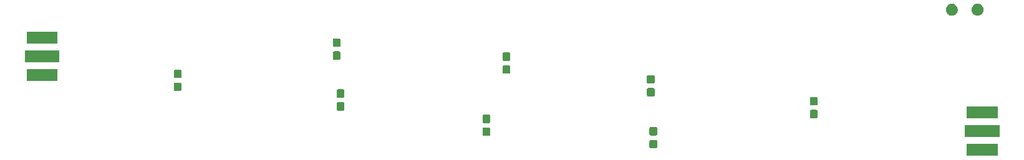
<source format=gbr>
G04 #@! TF.GenerationSoftware,KiCad,Pcbnew,5.1.2-f72e74a~84~ubuntu18.04.1*
G04 #@! TF.CreationDate,2019-11-12T15:35:39+01:00*
G04 #@! TF.ProjectId,filtre_lignes_couplees,66696c74-7265-45f6-9c69-676e65735f63,rev?*
G04 #@! TF.SameCoordinates,Original*
G04 #@! TF.FileFunction,Soldermask,Top*
G04 #@! TF.FilePolarity,Negative*
%FSLAX46Y46*%
G04 Gerber Fmt 4.6, Leading zero omitted, Abs format (unit mm)*
G04 Created by KiCad (PCBNEW 5.1.2-f72e74a~84~ubuntu18.04.1) date 2019-11-12 15:35:39*
%MOMM*%
%LPD*%
G04 APERTURE LIST*
%ADD10C,0.100000*%
G04 APERTURE END LIST*
D10*
G36*
X191311000Y-94156000D02*
G01*
X187149000Y-94156000D01*
X187149000Y-92534000D01*
X191311000Y-92534000D01*
X191311000Y-94156000D01*
X191311000Y-94156000D01*
G37*
G36*
X144944499Y-91993445D02*
G01*
X144981995Y-92004820D01*
X145016554Y-92023292D01*
X145046847Y-92048153D01*
X145071708Y-92078446D01*
X145090180Y-92113005D01*
X145101555Y-92150501D01*
X145106000Y-92195638D01*
X145106000Y-92934362D01*
X145101555Y-92979499D01*
X145090180Y-93016995D01*
X145071708Y-93051554D01*
X145046847Y-93081847D01*
X145016554Y-93106708D01*
X144981995Y-93125180D01*
X144944499Y-93136555D01*
X144899362Y-93141000D01*
X144260638Y-93141000D01*
X144215501Y-93136555D01*
X144178005Y-93125180D01*
X144143446Y-93106708D01*
X144113153Y-93081847D01*
X144088292Y-93051554D01*
X144069820Y-93016995D01*
X144058445Y-92979499D01*
X144054000Y-92934362D01*
X144054000Y-92195638D01*
X144058445Y-92150501D01*
X144069820Y-92113005D01*
X144088292Y-92078446D01*
X144113153Y-92048153D01*
X144143446Y-92023292D01*
X144178005Y-92004820D01*
X144215501Y-91993445D01*
X144260638Y-91989000D01*
X144899362Y-91989000D01*
X144944499Y-91993445D01*
X144944499Y-91993445D01*
G37*
G36*
X191581000Y-91616000D02*
G01*
X186879000Y-91616000D01*
X186879000Y-89994000D01*
X191581000Y-89994000D01*
X191581000Y-91616000D01*
X191581000Y-91616000D01*
G37*
G36*
X122284499Y-90303445D02*
G01*
X122321995Y-90314820D01*
X122356554Y-90333292D01*
X122386847Y-90358153D01*
X122411708Y-90388446D01*
X122430180Y-90423005D01*
X122441555Y-90460501D01*
X122446000Y-90505638D01*
X122446000Y-91244362D01*
X122441555Y-91289499D01*
X122430180Y-91326995D01*
X122411708Y-91361554D01*
X122386847Y-91391847D01*
X122356554Y-91416708D01*
X122321995Y-91435180D01*
X122284499Y-91446555D01*
X122239362Y-91451000D01*
X121600638Y-91451000D01*
X121555501Y-91446555D01*
X121518005Y-91435180D01*
X121483446Y-91416708D01*
X121453153Y-91391847D01*
X121428292Y-91361554D01*
X121409820Y-91326995D01*
X121398445Y-91289499D01*
X121394000Y-91244362D01*
X121394000Y-90505638D01*
X121398445Y-90460501D01*
X121409820Y-90423005D01*
X121428292Y-90388446D01*
X121453153Y-90358153D01*
X121483446Y-90333292D01*
X121518005Y-90314820D01*
X121555501Y-90303445D01*
X121600638Y-90299000D01*
X122239362Y-90299000D01*
X122284499Y-90303445D01*
X122284499Y-90303445D01*
G37*
G36*
X144944499Y-90243445D02*
G01*
X144981995Y-90254820D01*
X145016554Y-90273292D01*
X145046847Y-90298153D01*
X145071708Y-90328446D01*
X145090180Y-90363005D01*
X145101555Y-90400501D01*
X145106000Y-90445638D01*
X145106000Y-91184362D01*
X145101555Y-91229499D01*
X145090180Y-91266995D01*
X145071708Y-91301554D01*
X145046847Y-91331847D01*
X145016554Y-91356708D01*
X144981995Y-91375180D01*
X144944499Y-91386555D01*
X144899362Y-91391000D01*
X144260638Y-91391000D01*
X144215501Y-91386555D01*
X144178005Y-91375180D01*
X144143446Y-91356708D01*
X144113153Y-91331847D01*
X144088292Y-91301554D01*
X144069820Y-91266995D01*
X144058445Y-91229499D01*
X144054000Y-91184362D01*
X144054000Y-90445638D01*
X144058445Y-90400501D01*
X144069820Y-90363005D01*
X144088292Y-90328446D01*
X144113153Y-90298153D01*
X144143446Y-90273292D01*
X144178005Y-90254820D01*
X144215501Y-90243445D01*
X144260638Y-90239000D01*
X144899362Y-90239000D01*
X144944499Y-90243445D01*
X144944499Y-90243445D01*
G37*
G36*
X122284499Y-88553445D02*
G01*
X122321995Y-88564820D01*
X122356554Y-88583292D01*
X122386847Y-88608153D01*
X122411708Y-88638446D01*
X122430180Y-88673005D01*
X122441555Y-88710501D01*
X122446000Y-88755638D01*
X122446000Y-89494362D01*
X122441555Y-89539499D01*
X122430180Y-89576995D01*
X122411708Y-89611554D01*
X122386847Y-89641847D01*
X122356554Y-89666708D01*
X122321995Y-89685180D01*
X122284499Y-89696555D01*
X122239362Y-89701000D01*
X121600638Y-89701000D01*
X121555501Y-89696555D01*
X121518005Y-89685180D01*
X121483446Y-89666708D01*
X121453153Y-89641847D01*
X121428292Y-89611554D01*
X121409820Y-89576995D01*
X121398445Y-89539499D01*
X121394000Y-89494362D01*
X121394000Y-88755638D01*
X121398445Y-88710501D01*
X121409820Y-88673005D01*
X121428292Y-88638446D01*
X121453153Y-88608153D01*
X121483446Y-88583292D01*
X121518005Y-88564820D01*
X121555501Y-88553445D01*
X121600638Y-88549000D01*
X122239362Y-88549000D01*
X122284499Y-88553445D01*
X122284499Y-88553445D01*
G37*
G36*
X191311000Y-89076000D02*
G01*
X187149000Y-89076000D01*
X187149000Y-87454000D01*
X191311000Y-87454000D01*
X191311000Y-89076000D01*
X191311000Y-89076000D01*
G37*
G36*
X166734499Y-87900945D02*
G01*
X166771995Y-87912320D01*
X166806554Y-87930792D01*
X166836847Y-87955653D01*
X166861708Y-87985946D01*
X166880180Y-88020505D01*
X166891555Y-88058001D01*
X166896000Y-88103138D01*
X166896000Y-88841862D01*
X166891555Y-88886999D01*
X166880180Y-88924495D01*
X166861708Y-88959054D01*
X166836847Y-88989347D01*
X166806554Y-89014208D01*
X166771995Y-89032680D01*
X166734499Y-89044055D01*
X166689362Y-89048500D01*
X166050638Y-89048500D01*
X166005501Y-89044055D01*
X165968005Y-89032680D01*
X165933446Y-89014208D01*
X165903153Y-88989347D01*
X165878292Y-88959054D01*
X165859820Y-88924495D01*
X165848445Y-88886999D01*
X165844000Y-88841862D01*
X165844000Y-88103138D01*
X165848445Y-88058001D01*
X165859820Y-88020505D01*
X165878292Y-87985946D01*
X165903153Y-87955653D01*
X165933446Y-87930792D01*
X165968005Y-87912320D01*
X166005501Y-87900945D01*
X166050638Y-87896500D01*
X166689362Y-87896500D01*
X166734499Y-87900945D01*
X166734499Y-87900945D01*
G37*
G36*
X102464499Y-86863445D02*
G01*
X102501995Y-86874820D01*
X102536554Y-86893292D01*
X102566847Y-86918153D01*
X102591708Y-86948446D01*
X102610180Y-86983005D01*
X102621555Y-87020501D01*
X102626000Y-87065638D01*
X102626000Y-87804362D01*
X102621555Y-87849499D01*
X102610180Y-87886995D01*
X102591708Y-87921554D01*
X102566847Y-87951847D01*
X102536554Y-87976708D01*
X102501995Y-87995180D01*
X102464499Y-88006555D01*
X102419362Y-88011000D01*
X101780638Y-88011000D01*
X101735501Y-88006555D01*
X101698005Y-87995180D01*
X101663446Y-87976708D01*
X101633153Y-87951847D01*
X101608292Y-87921554D01*
X101589820Y-87886995D01*
X101578445Y-87849499D01*
X101574000Y-87804362D01*
X101574000Y-87065638D01*
X101578445Y-87020501D01*
X101589820Y-86983005D01*
X101608292Y-86948446D01*
X101633153Y-86918153D01*
X101663446Y-86893292D01*
X101698005Y-86874820D01*
X101735501Y-86863445D01*
X101780638Y-86859000D01*
X102419362Y-86859000D01*
X102464499Y-86863445D01*
X102464499Y-86863445D01*
G37*
G36*
X166734499Y-86150945D02*
G01*
X166771995Y-86162320D01*
X166806554Y-86180792D01*
X166836847Y-86205653D01*
X166861708Y-86235946D01*
X166880180Y-86270505D01*
X166891555Y-86308001D01*
X166896000Y-86353138D01*
X166896000Y-87091862D01*
X166891555Y-87136999D01*
X166880180Y-87174495D01*
X166861708Y-87209054D01*
X166836847Y-87239347D01*
X166806554Y-87264208D01*
X166771995Y-87282680D01*
X166734499Y-87294055D01*
X166689362Y-87298500D01*
X166050638Y-87298500D01*
X166005501Y-87294055D01*
X165968005Y-87282680D01*
X165933446Y-87264208D01*
X165903153Y-87239347D01*
X165878292Y-87209054D01*
X165859820Y-87174495D01*
X165848445Y-87136999D01*
X165844000Y-87091862D01*
X165844000Y-86353138D01*
X165848445Y-86308001D01*
X165859820Y-86270505D01*
X165878292Y-86235946D01*
X165903153Y-86205653D01*
X165933446Y-86180792D01*
X165968005Y-86162320D01*
X166005501Y-86150945D01*
X166050638Y-86146500D01*
X166689362Y-86146500D01*
X166734499Y-86150945D01*
X166734499Y-86150945D01*
G37*
G36*
X102464499Y-85113445D02*
G01*
X102501995Y-85124820D01*
X102536554Y-85143292D01*
X102566847Y-85168153D01*
X102591708Y-85198446D01*
X102610180Y-85233005D01*
X102621555Y-85270501D01*
X102626000Y-85315638D01*
X102626000Y-86054362D01*
X102621555Y-86099499D01*
X102610180Y-86136995D01*
X102591708Y-86171554D01*
X102566847Y-86201847D01*
X102536554Y-86226708D01*
X102501995Y-86245180D01*
X102464499Y-86256555D01*
X102419362Y-86261000D01*
X101780638Y-86261000D01*
X101735501Y-86256555D01*
X101698005Y-86245180D01*
X101663446Y-86226708D01*
X101633153Y-86201847D01*
X101608292Y-86171554D01*
X101589820Y-86136995D01*
X101578445Y-86099499D01*
X101574000Y-86054362D01*
X101574000Y-85315638D01*
X101578445Y-85270501D01*
X101589820Y-85233005D01*
X101608292Y-85198446D01*
X101633153Y-85168153D01*
X101663446Y-85143292D01*
X101698005Y-85124820D01*
X101735501Y-85113445D01*
X101780638Y-85109000D01*
X102419362Y-85109000D01*
X102464499Y-85113445D01*
X102464499Y-85113445D01*
G37*
G36*
X144609499Y-84923445D02*
G01*
X144646995Y-84934820D01*
X144681554Y-84953292D01*
X144711847Y-84978153D01*
X144736708Y-85008446D01*
X144755180Y-85043005D01*
X144766555Y-85080501D01*
X144771000Y-85125638D01*
X144771000Y-85864362D01*
X144766555Y-85909499D01*
X144755180Y-85946995D01*
X144736708Y-85981554D01*
X144711847Y-86011847D01*
X144681554Y-86036708D01*
X144646995Y-86055180D01*
X144609499Y-86066555D01*
X144564362Y-86071000D01*
X143925638Y-86071000D01*
X143880501Y-86066555D01*
X143843005Y-86055180D01*
X143808446Y-86036708D01*
X143778153Y-86011847D01*
X143753292Y-85981554D01*
X143734820Y-85946995D01*
X143723445Y-85909499D01*
X143719000Y-85864362D01*
X143719000Y-85125638D01*
X143723445Y-85080501D01*
X143734820Y-85043005D01*
X143753292Y-85008446D01*
X143778153Y-84978153D01*
X143808446Y-84953292D01*
X143843005Y-84934820D01*
X143880501Y-84923445D01*
X143925638Y-84919000D01*
X144564362Y-84919000D01*
X144609499Y-84923445D01*
X144609499Y-84923445D01*
G37*
G36*
X80374499Y-84193445D02*
G01*
X80411995Y-84204820D01*
X80446554Y-84223292D01*
X80476847Y-84248153D01*
X80501708Y-84278446D01*
X80520180Y-84313005D01*
X80531555Y-84350501D01*
X80536000Y-84395638D01*
X80536000Y-85134362D01*
X80531555Y-85179499D01*
X80520180Y-85216995D01*
X80501708Y-85251554D01*
X80476847Y-85281847D01*
X80446554Y-85306708D01*
X80411995Y-85325180D01*
X80374499Y-85336555D01*
X80329362Y-85341000D01*
X79690638Y-85341000D01*
X79645501Y-85336555D01*
X79608005Y-85325180D01*
X79573446Y-85306708D01*
X79543153Y-85281847D01*
X79518292Y-85251554D01*
X79499820Y-85216995D01*
X79488445Y-85179499D01*
X79484000Y-85134362D01*
X79484000Y-84395638D01*
X79488445Y-84350501D01*
X79499820Y-84313005D01*
X79518292Y-84278446D01*
X79543153Y-84248153D01*
X79573446Y-84223292D01*
X79608005Y-84204820D01*
X79645501Y-84193445D01*
X79690638Y-84189000D01*
X80329362Y-84189000D01*
X80374499Y-84193445D01*
X80374499Y-84193445D01*
G37*
G36*
X144609499Y-83173445D02*
G01*
X144646995Y-83184820D01*
X144681554Y-83203292D01*
X144711847Y-83228153D01*
X144736708Y-83258446D01*
X144755180Y-83293005D01*
X144766555Y-83330501D01*
X144771000Y-83375638D01*
X144771000Y-84114362D01*
X144766555Y-84159499D01*
X144755180Y-84196995D01*
X144736708Y-84231554D01*
X144711847Y-84261847D01*
X144681554Y-84286708D01*
X144646995Y-84305180D01*
X144609499Y-84316555D01*
X144564362Y-84321000D01*
X143925638Y-84321000D01*
X143880501Y-84316555D01*
X143843005Y-84305180D01*
X143808446Y-84286708D01*
X143778153Y-84261847D01*
X143753292Y-84231554D01*
X143734820Y-84196995D01*
X143723445Y-84159499D01*
X143719000Y-84114362D01*
X143719000Y-83375638D01*
X143723445Y-83330501D01*
X143734820Y-83293005D01*
X143753292Y-83258446D01*
X143778153Y-83228153D01*
X143808446Y-83203292D01*
X143843005Y-83184820D01*
X143880501Y-83173445D01*
X143925638Y-83169000D01*
X144564362Y-83169000D01*
X144609499Y-83173445D01*
X144609499Y-83173445D01*
G37*
G36*
X63676000Y-83996000D02*
G01*
X59514000Y-83996000D01*
X59514000Y-82374000D01*
X63676000Y-82374000D01*
X63676000Y-83996000D01*
X63676000Y-83996000D01*
G37*
G36*
X80374499Y-82443445D02*
G01*
X80411995Y-82454820D01*
X80446554Y-82473292D01*
X80476847Y-82498153D01*
X80501708Y-82528446D01*
X80520180Y-82563005D01*
X80531555Y-82600501D01*
X80536000Y-82645638D01*
X80536000Y-83384362D01*
X80531555Y-83429499D01*
X80520180Y-83466995D01*
X80501708Y-83501554D01*
X80476847Y-83531847D01*
X80446554Y-83556708D01*
X80411995Y-83575180D01*
X80374499Y-83586555D01*
X80329362Y-83591000D01*
X79690638Y-83591000D01*
X79645501Y-83586555D01*
X79608005Y-83575180D01*
X79573446Y-83556708D01*
X79543153Y-83531847D01*
X79518292Y-83501554D01*
X79499820Y-83466995D01*
X79488445Y-83429499D01*
X79484000Y-83384362D01*
X79484000Y-82645638D01*
X79488445Y-82600501D01*
X79499820Y-82563005D01*
X79518292Y-82528446D01*
X79543153Y-82498153D01*
X79573446Y-82473292D01*
X79608005Y-82454820D01*
X79645501Y-82443445D01*
X79690638Y-82439000D01*
X80329362Y-82439000D01*
X80374499Y-82443445D01*
X80374499Y-82443445D01*
G37*
G36*
X124989499Y-81848445D02*
G01*
X125026995Y-81859820D01*
X125061554Y-81878292D01*
X125091847Y-81903153D01*
X125116708Y-81933446D01*
X125135180Y-81968005D01*
X125146555Y-82005501D01*
X125151000Y-82050638D01*
X125151000Y-82789362D01*
X125146555Y-82834499D01*
X125135180Y-82871995D01*
X125116708Y-82906554D01*
X125091847Y-82936847D01*
X125061554Y-82961708D01*
X125026995Y-82980180D01*
X124989499Y-82991555D01*
X124944362Y-82996000D01*
X124305638Y-82996000D01*
X124260501Y-82991555D01*
X124223005Y-82980180D01*
X124188446Y-82961708D01*
X124158153Y-82936847D01*
X124133292Y-82906554D01*
X124114820Y-82871995D01*
X124103445Y-82834499D01*
X124099000Y-82789362D01*
X124099000Y-82050638D01*
X124103445Y-82005501D01*
X124114820Y-81968005D01*
X124133292Y-81933446D01*
X124158153Y-81903153D01*
X124188446Y-81878292D01*
X124223005Y-81859820D01*
X124260501Y-81848445D01*
X124305638Y-81844000D01*
X124944362Y-81844000D01*
X124989499Y-81848445D01*
X124989499Y-81848445D01*
G37*
G36*
X63946000Y-81456000D02*
G01*
X59244000Y-81456000D01*
X59244000Y-79834000D01*
X63946000Y-79834000D01*
X63946000Y-81456000D01*
X63946000Y-81456000D01*
G37*
G36*
X124989499Y-80098445D02*
G01*
X125026995Y-80109820D01*
X125061554Y-80128292D01*
X125091847Y-80153153D01*
X125116708Y-80183446D01*
X125135180Y-80218005D01*
X125146555Y-80255501D01*
X125151000Y-80300638D01*
X125151000Y-81039362D01*
X125146555Y-81084499D01*
X125135180Y-81121995D01*
X125116708Y-81156554D01*
X125091847Y-81186847D01*
X125061554Y-81211708D01*
X125026995Y-81230180D01*
X124989499Y-81241555D01*
X124944362Y-81246000D01*
X124305638Y-81246000D01*
X124260501Y-81241555D01*
X124223005Y-81230180D01*
X124188446Y-81211708D01*
X124158153Y-81186847D01*
X124133292Y-81156554D01*
X124114820Y-81121995D01*
X124103445Y-81084499D01*
X124099000Y-81039362D01*
X124099000Y-80300638D01*
X124103445Y-80255501D01*
X124114820Y-80218005D01*
X124133292Y-80183446D01*
X124158153Y-80153153D01*
X124188446Y-80128292D01*
X124223005Y-80109820D01*
X124260501Y-80098445D01*
X124305638Y-80094000D01*
X124944362Y-80094000D01*
X124989499Y-80098445D01*
X124989499Y-80098445D01*
G37*
G36*
X101964499Y-79953445D02*
G01*
X102001995Y-79964820D01*
X102036554Y-79983292D01*
X102066847Y-80008153D01*
X102091708Y-80038446D01*
X102110180Y-80073005D01*
X102121555Y-80110501D01*
X102126000Y-80155638D01*
X102126000Y-80894362D01*
X102121555Y-80939499D01*
X102110180Y-80976995D01*
X102091708Y-81011554D01*
X102066847Y-81041847D01*
X102036554Y-81066708D01*
X102001995Y-81085180D01*
X101964499Y-81096555D01*
X101919362Y-81101000D01*
X101280638Y-81101000D01*
X101235501Y-81096555D01*
X101198005Y-81085180D01*
X101163446Y-81066708D01*
X101133153Y-81041847D01*
X101108292Y-81011554D01*
X101089820Y-80976995D01*
X101078445Y-80939499D01*
X101074000Y-80894362D01*
X101074000Y-80155638D01*
X101078445Y-80110501D01*
X101089820Y-80073005D01*
X101108292Y-80038446D01*
X101133153Y-80008153D01*
X101163446Y-79983292D01*
X101198005Y-79964820D01*
X101235501Y-79953445D01*
X101280638Y-79949000D01*
X101919362Y-79949000D01*
X101964499Y-79953445D01*
X101964499Y-79953445D01*
G37*
G36*
X101964499Y-78203445D02*
G01*
X102001995Y-78214820D01*
X102036554Y-78233292D01*
X102066847Y-78258153D01*
X102091708Y-78288446D01*
X102110180Y-78323005D01*
X102121555Y-78360501D01*
X102126000Y-78405638D01*
X102126000Y-79144362D01*
X102121555Y-79189499D01*
X102110180Y-79226995D01*
X102091708Y-79261554D01*
X102066847Y-79291847D01*
X102036554Y-79316708D01*
X102001995Y-79335180D01*
X101964499Y-79346555D01*
X101919362Y-79351000D01*
X101280638Y-79351000D01*
X101235501Y-79346555D01*
X101198005Y-79335180D01*
X101163446Y-79316708D01*
X101133153Y-79291847D01*
X101108292Y-79261554D01*
X101089820Y-79226995D01*
X101078445Y-79189499D01*
X101074000Y-79144362D01*
X101074000Y-78405638D01*
X101078445Y-78360501D01*
X101089820Y-78323005D01*
X101108292Y-78288446D01*
X101133153Y-78258153D01*
X101163446Y-78233292D01*
X101198005Y-78214820D01*
X101235501Y-78203445D01*
X101280638Y-78199000D01*
X101919362Y-78199000D01*
X101964499Y-78203445D01*
X101964499Y-78203445D01*
G37*
G36*
X63676000Y-78916000D02*
G01*
X59514000Y-78916000D01*
X59514000Y-77294000D01*
X63676000Y-77294000D01*
X63676000Y-78916000D01*
X63676000Y-78916000D01*
G37*
G36*
X188832142Y-73513242D02*
G01*
X188980101Y-73574529D01*
X189113255Y-73663499D01*
X189226501Y-73776745D01*
X189315471Y-73909899D01*
X189376758Y-74057858D01*
X189408000Y-74214925D01*
X189408000Y-74375075D01*
X189376758Y-74532142D01*
X189315471Y-74680101D01*
X189226501Y-74813255D01*
X189113255Y-74926501D01*
X188980101Y-75015471D01*
X188832142Y-75076758D01*
X188675075Y-75108000D01*
X188514925Y-75108000D01*
X188357858Y-75076758D01*
X188209899Y-75015471D01*
X188076745Y-74926501D01*
X187963499Y-74813255D01*
X187874529Y-74680101D01*
X187813242Y-74532142D01*
X187782000Y-74375075D01*
X187782000Y-74214925D01*
X187813242Y-74057858D01*
X187874529Y-73909899D01*
X187963499Y-73776745D01*
X188076745Y-73663499D01*
X188209899Y-73574529D01*
X188357858Y-73513242D01*
X188514925Y-73482000D01*
X188675075Y-73482000D01*
X188832142Y-73513242D01*
X188832142Y-73513242D01*
G37*
G36*
X185332142Y-73513242D02*
G01*
X185480101Y-73574529D01*
X185613255Y-73663499D01*
X185726501Y-73776745D01*
X185815471Y-73909899D01*
X185876758Y-74057858D01*
X185908000Y-74214925D01*
X185908000Y-74375075D01*
X185876758Y-74532142D01*
X185815471Y-74680101D01*
X185726501Y-74813255D01*
X185613255Y-74926501D01*
X185480101Y-75015471D01*
X185332142Y-75076758D01*
X185175075Y-75108000D01*
X185014925Y-75108000D01*
X184857858Y-75076758D01*
X184709899Y-75015471D01*
X184576745Y-74926501D01*
X184463499Y-74813255D01*
X184374529Y-74680101D01*
X184313242Y-74532142D01*
X184282000Y-74375075D01*
X184282000Y-74214925D01*
X184313242Y-74057858D01*
X184374529Y-73909899D01*
X184463499Y-73776745D01*
X184576745Y-73663499D01*
X184709899Y-73574529D01*
X184857858Y-73513242D01*
X185014925Y-73482000D01*
X185175075Y-73482000D01*
X185332142Y-73513242D01*
X185332142Y-73513242D01*
G37*
M02*

</source>
